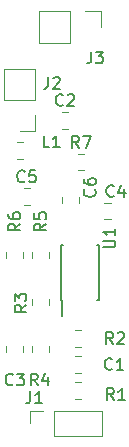
<source format=gbr>
G04 #@! TF.GenerationSoftware,KiCad,Pcbnew,(5.0.0)*
G04 #@! TF.CreationDate,2019-08-13T22:51:23+09:00*
G04 #@! TF.ProjectId,wm61_mic_preamp,776D36315F6D69635F707265616D702E,rev?*
G04 #@! TF.SameCoordinates,Original*
G04 #@! TF.FileFunction,Legend,Top*
G04 #@! TF.FilePolarity,Positive*
%FSLAX46Y46*%
G04 Gerber Fmt 4.6, Leading zero omitted, Abs format (unit mm)*
G04 Created by KiCad (PCBNEW (5.0.0)) date 08/13/19 22:51:23*
%MOMM*%
%LPD*%
G01*
G04 APERTURE LIST*
%ADD10C,0.120000*%
%ADD11C,0.150000*%
G04 APERTURE END LIST*
D10*
G04 #@! TO.C,C1*
X156861252Y-122840000D02*
X156338748Y-122840000D01*
X156861252Y-124260000D02*
X156338748Y-124260000D01*
G04 #@! TO.C,C2*
X155238748Y-102140000D02*
X155761252Y-102140000D01*
X155238748Y-103560000D02*
X155761252Y-103560000D01*
G04 #@! TO.C,C3*
X150540000Y-121988748D02*
X150540000Y-122511252D01*
X151960000Y-121988748D02*
X151960000Y-122511252D01*
G04 #@! TO.C,C4*
X158838748Y-109840000D02*
X159361252Y-109840000D01*
X158838748Y-111260000D02*
X159361252Y-111260000D01*
G04 #@! TO.C,C5*
X151988748Y-110010000D02*
X152511252Y-110010000D01*
X151988748Y-108590000D02*
X152511252Y-108590000D01*
G04 #@! TO.C,C6*
X156660000Y-109338748D02*
X156660000Y-109861252D01*
X155240000Y-109338748D02*
X155240000Y-109861252D01*
G04 #@! TO.C,J1*
X154600000Y-129560000D02*
X154600000Y-127440000D01*
X154600000Y-129560000D02*
X158660000Y-129560000D01*
X158660000Y-129560000D02*
X158660000Y-127440000D01*
X154600000Y-127440000D02*
X158660000Y-127440000D01*
X152540000Y-127440000D02*
X153600000Y-127440000D01*
X152540000Y-128500000D02*
X152540000Y-127440000D01*
G04 #@! TO.C,J2*
X152980000Y-103730000D02*
X151650000Y-103730000D01*
X152980000Y-102400000D02*
X152980000Y-103730000D01*
X152980000Y-101130000D02*
X150320000Y-101130000D01*
X150320000Y-101130000D02*
X150320000Y-98530000D01*
X152980000Y-101130000D02*
X152980000Y-98530000D01*
X152980000Y-98530000D02*
X150320000Y-98530000D01*
G04 #@! TO.C,J3*
X153330000Y-93620000D02*
X153330000Y-96280000D01*
X155930000Y-93620000D02*
X153330000Y-93620000D01*
X155930000Y-96280000D02*
X153330000Y-96280000D01*
X155930000Y-93620000D02*
X155930000Y-96280000D01*
X157200000Y-93620000D02*
X158530000Y-93620000D01*
X158530000Y-93620000D02*
X158530000Y-94950000D01*
G04 #@! TO.C,L1*
X151438748Y-104740000D02*
X151961252Y-104740000D01*
X151438748Y-106160000D02*
X151961252Y-106160000D01*
G04 #@! TO.C,R1*
X156338748Y-126460000D02*
X156861252Y-126460000D01*
X156338748Y-125040000D02*
X156861252Y-125040000D01*
G04 #@! TO.C,R2*
X156338748Y-120640000D02*
X156861252Y-120640000D01*
X156338748Y-122060000D02*
X156861252Y-122060000D01*
G04 #@! TO.C,R3*
X154110000Y-118511252D02*
X154110000Y-117988748D01*
X152690000Y-118511252D02*
X152690000Y-117988748D01*
G04 #@! TO.C,R4*
X154110000Y-121988748D02*
X154110000Y-122511252D01*
X152690000Y-121988748D02*
X152690000Y-122511252D01*
G04 #@! TO.C,R5*
X152690000Y-114511252D02*
X152690000Y-113988748D01*
X154110000Y-114511252D02*
X154110000Y-113988748D01*
G04 #@! TO.C,R6*
X151910000Y-114511252D02*
X151910000Y-113988748D01*
X150490000Y-114511252D02*
X150490000Y-113988748D01*
G04 #@! TO.C,R7*
X156588748Y-105690000D02*
X157111252Y-105690000D01*
X156588748Y-107110000D02*
X157111252Y-107110000D01*
D11*
G04 #@! TO.C,U1*
X155125000Y-118075000D02*
X155225000Y-118075000D01*
X155125000Y-113425000D02*
X155325000Y-113425000D01*
X158375000Y-113425000D02*
X158175000Y-113425000D01*
X158375000Y-118075000D02*
X158175000Y-118075000D01*
X155125000Y-118075000D02*
X155125000Y-113425000D01*
X158375000Y-118075000D02*
X158375000Y-113425000D01*
X155225000Y-118075000D02*
X155225000Y-119425000D01*
G04 #@! TO.C,C1*
X159483333Y-123907142D02*
X159435714Y-123954761D01*
X159292857Y-124002380D01*
X159197619Y-124002380D01*
X159054761Y-123954761D01*
X158959523Y-123859523D01*
X158911904Y-123764285D01*
X158864285Y-123573809D01*
X158864285Y-123430952D01*
X158911904Y-123240476D01*
X158959523Y-123145238D01*
X159054761Y-123050000D01*
X159197619Y-123002380D01*
X159292857Y-123002380D01*
X159435714Y-123050000D01*
X159483333Y-123097619D01*
X160435714Y-124002380D02*
X159864285Y-124002380D01*
X160150000Y-124002380D02*
X160150000Y-123002380D01*
X160054761Y-123145238D01*
X159959523Y-123240476D01*
X159864285Y-123288095D01*
G04 #@! TO.C,C2*
X155333333Y-101557142D02*
X155285714Y-101604761D01*
X155142857Y-101652380D01*
X155047619Y-101652380D01*
X154904761Y-101604761D01*
X154809523Y-101509523D01*
X154761904Y-101414285D01*
X154714285Y-101223809D01*
X154714285Y-101080952D01*
X154761904Y-100890476D01*
X154809523Y-100795238D01*
X154904761Y-100700000D01*
X155047619Y-100652380D01*
X155142857Y-100652380D01*
X155285714Y-100700000D01*
X155333333Y-100747619D01*
X155714285Y-100747619D02*
X155761904Y-100700000D01*
X155857142Y-100652380D01*
X156095238Y-100652380D01*
X156190476Y-100700000D01*
X156238095Y-100747619D01*
X156285714Y-100842857D01*
X156285714Y-100938095D01*
X156238095Y-101080952D01*
X155666666Y-101652380D01*
X156285714Y-101652380D01*
G04 #@! TO.C,C3*
X151083333Y-125207142D02*
X151035714Y-125254761D01*
X150892857Y-125302380D01*
X150797619Y-125302380D01*
X150654761Y-125254761D01*
X150559523Y-125159523D01*
X150511904Y-125064285D01*
X150464285Y-124873809D01*
X150464285Y-124730952D01*
X150511904Y-124540476D01*
X150559523Y-124445238D01*
X150654761Y-124350000D01*
X150797619Y-124302380D01*
X150892857Y-124302380D01*
X151035714Y-124350000D01*
X151083333Y-124397619D01*
X151416666Y-124302380D02*
X152035714Y-124302380D01*
X151702380Y-124683333D01*
X151845238Y-124683333D01*
X151940476Y-124730952D01*
X151988095Y-124778571D01*
X152035714Y-124873809D01*
X152035714Y-125111904D01*
X151988095Y-125207142D01*
X151940476Y-125254761D01*
X151845238Y-125302380D01*
X151559523Y-125302380D01*
X151464285Y-125254761D01*
X151416666Y-125207142D01*
G04 #@! TO.C,C4*
X159633333Y-109257142D02*
X159585714Y-109304761D01*
X159442857Y-109352380D01*
X159347619Y-109352380D01*
X159204761Y-109304761D01*
X159109523Y-109209523D01*
X159061904Y-109114285D01*
X159014285Y-108923809D01*
X159014285Y-108780952D01*
X159061904Y-108590476D01*
X159109523Y-108495238D01*
X159204761Y-108400000D01*
X159347619Y-108352380D01*
X159442857Y-108352380D01*
X159585714Y-108400000D01*
X159633333Y-108447619D01*
X160490476Y-108685714D02*
X160490476Y-109352380D01*
X160252380Y-108304761D02*
X160014285Y-109019047D01*
X160633333Y-109019047D01*
G04 #@! TO.C,C5*
X152083333Y-108007142D02*
X152035714Y-108054761D01*
X151892857Y-108102380D01*
X151797619Y-108102380D01*
X151654761Y-108054761D01*
X151559523Y-107959523D01*
X151511904Y-107864285D01*
X151464285Y-107673809D01*
X151464285Y-107530952D01*
X151511904Y-107340476D01*
X151559523Y-107245238D01*
X151654761Y-107150000D01*
X151797619Y-107102380D01*
X151892857Y-107102380D01*
X152035714Y-107150000D01*
X152083333Y-107197619D01*
X152988095Y-107102380D02*
X152511904Y-107102380D01*
X152464285Y-107578571D01*
X152511904Y-107530952D01*
X152607142Y-107483333D01*
X152845238Y-107483333D01*
X152940476Y-107530952D01*
X152988095Y-107578571D01*
X153035714Y-107673809D01*
X153035714Y-107911904D01*
X152988095Y-108007142D01*
X152940476Y-108054761D01*
X152845238Y-108102380D01*
X152607142Y-108102380D01*
X152511904Y-108054761D01*
X152464285Y-108007142D01*
G04 #@! TO.C,C6*
X158007142Y-108716666D02*
X158054761Y-108764285D01*
X158102380Y-108907142D01*
X158102380Y-109002380D01*
X158054761Y-109145238D01*
X157959523Y-109240476D01*
X157864285Y-109288095D01*
X157673809Y-109335714D01*
X157530952Y-109335714D01*
X157340476Y-109288095D01*
X157245238Y-109240476D01*
X157150000Y-109145238D01*
X157102380Y-109002380D01*
X157102380Y-108907142D01*
X157150000Y-108764285D01*
X157197619Y-108716666D01*
X157102380Y-107859523D02*
X157102380Y-108050000D01*
X157150000Y-108145238D01*
X157197619Y-108192857D01*
X157340476Y-108288095D01*
X157530952Y-108335714D01*
X157911904Y-108335714D01*
X158007142Y-108288095D01*
X158054761Y-108240476D01*
X158102380Y-108145238D01*
X158102380Y-107954761D01*
X158054761Y-107859523D01*
X158007142Y-107811904D01*
X157911904Y-107764285D01*
X157673809Y-107764285D01*
X157578571Y-107811904D01*
X157530952Y-107859523D01*
X157483333Y-107954761D01*
X157483333Y-108145238D01*
X157530952Y-108240476D01*
X157578571Y-108288095D01*
X157673809Y-108335714D01*
G04 #@! TO.C,J1*
X152566666Y-125802380D02*
X152566666Y-126516666D01*
X152519047Y-126659523D01*
X152423809Y-126754761D01*
X152280952Y-126802380D01*
X152185714Y-126802380D01*
X153566666Y-126802380D02*
X152995238Y-126802380D01*
X153280952Y-126802380D02*
X153280952Y-125802380D01*
X153185714Y-125945238D01*
X153090476Y-126040476D01*
X152995238Y-126088095D01*
G04 #@! TO.C,J2*
X154066666Y-99202380D02*
X154066666Y-99916666D01*
X154019047Y-100059523D01*
X153923809Y-100154761D01*
X153780952Y-100202380D01*
X153685714Y-100202380D01*
X154495238Y-99297619D02*
X154542857Y-99250000D01*
X154638095Y-99202380D01*
X154876190Y-99202380D01*
X154971428Y-99250000D01*
X155019047Y-99297619D01*
X155066666Y-99392857D01*
X155066666Y-99488095D01*
X155019047Y-99630952D01*
X154447619Y-100202380D01*
X155066666Y-100202380D01*
G04 #@! TO.C,J3*
X157716666Y-97052380D02*
X157716666Y-97766666D01*
X157669047Y-97909523D01*
X157573809Y-98004761D01*
X157430952Y-98052380D01*
X157335714Y-98052380D01*
X158097619Y-97052380D02*
X158716666Y-97052380D01*
X158383333Y-97433333D01*
X158526190Y-97433333D01*
X158621428Y-97480952D01*
X158669047Y-97528571D01*
X158716666Y-97623809D01*
X158716666Y-97861904D01*
X158669047Y-97957142D01*
X158621428Y-98004761D01*
X158526190Y-98052380D01*
X158240476Y-98052380D01*
X158145238Y-98004761D01*
X158097619Y-97957142D01*
G04 #@! TO.C,L1*
X154183333Y-105152380D02*
X153707142Y-105152380D01*
X153707142Y-104152380D01*
X155040476Y-105152380D02*
X154469047Y-105152380D01*
X154754761Y-105152380D02*
X154754761Y-104152380D01*
X154659523Y-104295238D01*
X154564285Y-104390476D01*
X154469047Y-104438095D01*
G04 #@! TO.C,R1*
X159633333Y-126552380D02*
X159300000Y-126076190D01*
X159061904Y-126552380D02*
X159061904Y-125552380D01*
X159442857Y-125552380D01*
X159538095Y-125600000D01*
X159585714Y-125647619D01*
X159633333Y-125742857D01*
X159633333Y-125885714D01*
X159585714Y-125980952D01*
X159538095Y-126028571D01*
X159442857Y-126076190D01*
X159061904Y-126076190D01*
X160585714Y-126552380D02*
X160014285Y-126552380D01*
X160300000Y-126552380D02*
X160300000Y-125552380D01*
X160204761Y-125695238D01*
X160109523Y-125790476D01*
X160014285Y-125838095D01*
G04 #@! TO.C,R2*
X159583333Y-121802380D02*
X159250000Y-121326190D01*
X159011904Y-121802380D02*
X159011904Y-120802380D01*
X159392857Y-120802380D01*
X159488095Y-120850000D01*
X159535714Y-120897619D01*
X159583333Y-120992857D01*
X159583333Y-121135714D01*
X159535714Y-121230952D01*
X159488095Y-121278571D01*
X159392857Y-121326190D01*
X159011904Y-121326190D01*
X159964285Y-120897619D02*
X160011904Y-120850000D01*
X160107142Y-120802380D01*
X160345238Y-120802380D01*
X160440476Y-120850000D01*
X160488095Y-120897619D01*
X160535714Y-120992857D01*
X160535714Y-121088095D01*
X160488095Y-121230952D01*
X159916666Y-121802380D01*
X160535714Y-121802380D01*
G04 #@! TO.C,R3*
X152227379Y-118491667D02*
X151751189Y-118825001D01*
X152227379Y-119063096D02*
X151227379Y-119063096D01*
X151227379Y-118682143D01*
X151274999Y-118586905D01*
X151322618Y-118539286D01*
X151417856Y-118491667D01*
X151560713Y-118491667D01*
X151655951Y-118539286D01*
X151703570Y-118586905D01*
X151751189Y-118682143D01*
X151751189Y-119063096D01*
X151227379Y-118158334D02*
X151227379Y-117539286D01*
X151608332Y-117872620D01*
X151608332Y-117729762D01*
X151655951Y-117634524D01*
X151703570Y-117586905D01*
X151798808Y-117539286D01*
X152036903Y-117539286D01*
X152132141Y-117586905D01*
X152179760Y-117634524D01*
X152227379Y-117729762D01*
X152227379Y-118015477D01*
X152179760Y-118110715D01*
X152132141Y-118158334D01*
G04 #@! TO.C,R4*
X153183333Y-125302380D02*
X152850000Y-124826190D01*
X152611904Y-125302380D02*
X152611904Y-124302380D01*
X152992857Y-124302380D01*
X153088095Y-124350000D01*
X153135714Y-124397619D01*
X153183333Y-124492857D01*
X153183333Y-124635714D01*
X153135714Y-124730952D01*
X153088095Y-124778571D01*
X152992857Y-124826190D01*
X152611904Y-124826190D01*
X154040476Y-124635714D02*
X154040476Y-125302380D01*
X153802380Y-124254761D02*
X153564285Y-124969047D01*
X154183333Y-124969047D01*
G04 #@! TO.C,R5*
X153902380Y-111616666D02*
X153426190Y-111950000D01*
X153902380Y-112188095D02*
X152902380Y-112188095D01*
X152902380Y-111807142D01*
X152950000Y-111711904D01*
X152997619Y-111664285D01*
X153092857Y-111616666D01*
X153235714Y-111616666D01*
X153330952Y-111664285D01*
X153378571Y-111711904D01*
X153426190Y-111807142D01*
X153426190Y-112188095D01*
X152902380Y-110711904D02*
X152902380Y-111188095D01*
X153378571Y-111235714D01*
X153330952Y-111188095D01*
X153283333Y-111092857D01*
X153283333Y-110854761D01*
X153330952Y-110759523D01*
X153378571Y-110711904D01*
X153473809Y-110664285D01*
X153711904Y-110664285D01*
X153807142Y-110711904D01*
X153854761Y-110759523D01*
X153902380Y-110854761D01*
X153902380Y-111092857D01*
X153854761Y-111188095D01*
X153807142Y-111235714D01*
G04 #@! TO.C,R6*
X151702380Y-111616666D02*
X151226190Y-111950000D01*
X151702380Y-112188095D02*
X150702380Y-112188095D01*
X150702380Y-111807142D01*
X150750000Y-111711904D01*
X150797619Y-111664285D01*
X150892857Y-111616666D01*
X151035714Y-111616666D01*
X151130952Y-111664285D01*
X151178571Y-111711904D01*
X151226190Y-111807142D01*
X151226190Y-112188095D01*
X150702380Y-110759523D02*
X150702380Y-110950000D01*
X150750000Y-111045238D01*
X150797619Y-111092857D01*
X150940476Y-111188095D01*
X151130952Y-111235714D01*
X151511904Y-111235714D01*
X151607142Y-111188095D01*
X151654761Y-111140476D01*
X151702380Y-111045238D01*
X151702380Y-110854761D01*
X151654761Y-110759523D01*
X151607142Y-110711904D01*
X151511904Y-110664285D01*
X151273809Y-110664285D01*
X151178571Y-110711904D01*
X151130952Y-110759523D01*
X151083333Y-110854761D01*
X151083333Y-111045238D01*
X151130952Y-111140476D01*
X151178571Y-111188095D01*
X151273809Y-111235714D01*
G04 #@! TO.C,R7*
X156683333Y-105202380D02*
X156350000Y-104726190D01*
X156111904Y-105202380D02*
X156111904Y-104202380D01*
X156492857Y-104202380D01*
X156588095Y-104250000D01*
X156635714Y-104297619D01*
X156683333Y-104392857D01*
X156683333Y-104535714D01*
X156635714Y-104630952D01*
X156588095Y-104678571D01*
X156492857Y-104726190D01*
X156111904Y-104726190D01*
X157016666Y-104202380D02*
X157683333Y-104202380D01*
X157254761Y-105202380D01*
G04 #@! TO.C,U1*
X158752380Y-113611904D02*
X159561904Y-113611904D01*
X159657142Y-113564285D01*
X159704761Y-113516666D01*
X159752380Y-113421428D01*
X159752380Y-113230952D01*
X159704761Y-113135714D01*
X159657142Y-113088095D01*
X159561904Y-113040476D01*
X158752380Y-113040476D01*
X159752380Y-112040476D02*
X159752380Y-112611904D01*
X159752380Y-112326190D02*
X158752380Y-112326190D01*
X158895238Y-112421428D01*
X158990476Y-112516666D01*
X159038095Y-112611904D01*
G04 #@! TD*
M02*

</source>
